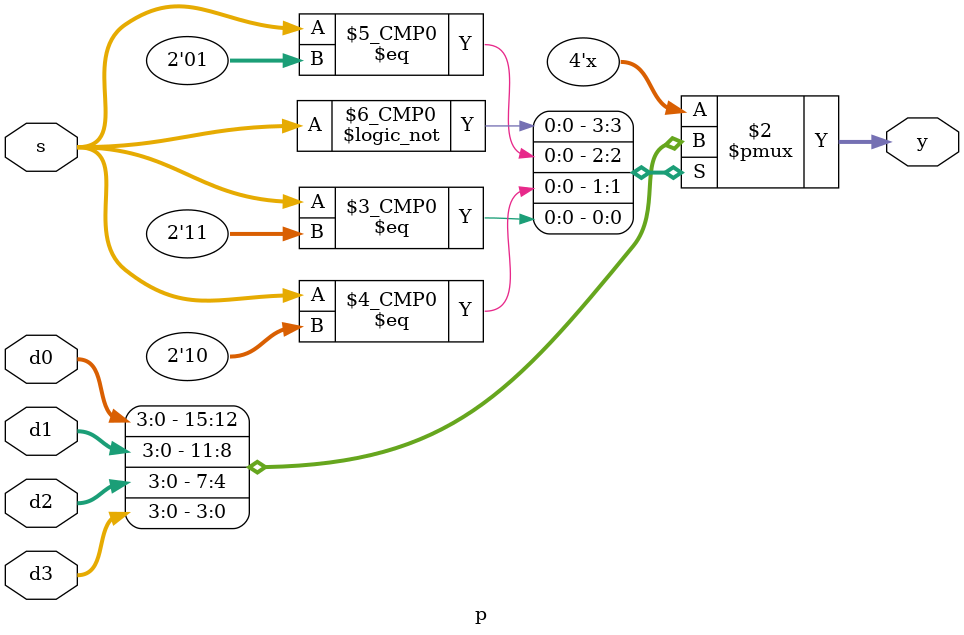
<source format=v>
`timescale 1ns / 1ps


module p(input [3:0] d0, d1, d2, d3, input [1:0] s, output reg [3:0] y);
    always @(*) begin
        case (s)
            2'b00: y = d0;  // Selecciona d0 si s es 00
            2'b01: y = d1;  // Selecciona d1 si s es 01
            2'b10: y = d2;  // Selecciona d2 si s es 10
            2'b11: y = d3;  // Selecciona d3 si s es 11
            default: y = 4'b0000;  // Valor por defecto
        endcase
    end
endmodule

</source>
